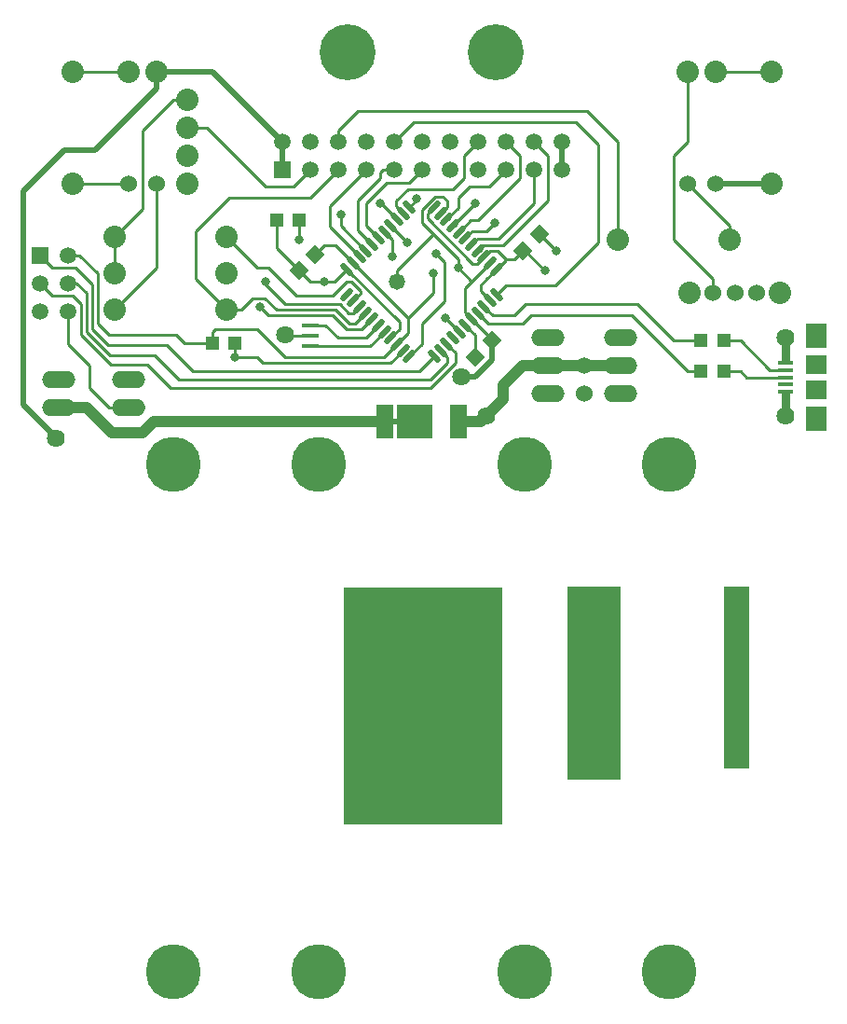
<source format=gbl>
%FSAX44Y44*%
%MOMM*%
G71*
G01*
G75*
G04 Layer_Physical_Order=2*
G04 Layer_Color=16711680*
%ADD10C,1.0160*%
%ADD11C,0.2540*%
%ADD12C,0.5080*%
%ADD13R,9.1440X5.0800*%
%ADD14O,3.0480X1.5240*%
%ADD15C,1.5240*%
%ADD16C,2.0320*%
%ADD17C,5.0038*%
%ADD18C,1.5000*%
%ADD19R,1.5000X1.5000*%
%ADD20R,1.5000X1.5000*%
%ADD21C,0.8128*%
%ADD22C,5.0800*%
%ADD23C,1.6256*%
%ADD24C,1.4732*%
%ADD25R,1.5400X3.1400*%
%ADD26R,1.3000X1.3000*%
%ADD27R,1.3000X1.3000*%
G04:AMPARAMS|DCode=28|XSize=1.3mm|YSize=1.3mm|CornerRadius=0mm|HoleSize=0mm|Usage=FLASHONLY|Rotation=225.000|XOffset=0mm|YOffset=0mm|HoleType=Round|Shape=Rectangle|*
%AMROTATEDRECTD28*
4,1,4,0.0000,0.9192,0.9192,0.0000,0.0000,-0.9192,-0.9192,0.0000,0.0000,0.9192,0.0*
%
%ADD28ROTATEDRECTD28*%

%ADD29P,1.8385X4X270.0*%
G04:AMPARAMS|DCode=30|XSize=0.55mm|YSize=1.45mm|CornerRadius=0mm|HoleSize=0mm|Usage=FLASHONLY|Rotation=135.000|XOffset=0mm|YOffset=0mm|HoleType=Round|Shape=Round|*
%AMOVALD30*
21,1,0.9000,0.5500,0.0000,0.0000,225.0*
1,1,0.5500,0.3182,0.3182*
1,1,0.5500,-0.3182,-0.3182*
%
%ADD30OVALD30*%

G04:AMPARAMS|DCode=31|XSize=0.55mm|YSize=1.45mm|CornerRadius=0mm|HoleSize=0mm|Usage=FLASHONLY|Rotation=45.000|XOffset=0mm|YOffset=0mm|HoleType=Round|Shape=Round|*
%AMOVALD31*
21,1,0.9000,0.5500,0.0000,0.0000,135.0*
1,1,0.5500,0.3182,-0.3182*
1,1,0.5500,-0.3182,0.3182*
%
%ADD31OVALD31*%

%ADD32R,1.4000X0.4000*%
%ADD33R,1.9000X2.3000*%
%ADD34R,1.9000X1.8000*%
%ADD35R,1.6000X0.3000*%
%ADD36R,14.4780X21.5900*%
%ADD37R,3.3020X3.0480*%
G36*
X01063498Y00986790D02*
X01015238D01*
Y01162050D01*
X01063498D01*
Y00986790D01*
D02*
G37*
G36*
X01180338Y00996950D02*
X01157478D01*
Y01162050D01*
X01180338D01*
Y00996950D01*
D02*
G37*
D10*
X00616458Y01324610D02*
X00626618D01*
X00997458Y01362710D02*
X01030478D01*
X01063498D01*
X00974598D02*
X00997458D01*
X00916408Y01311910D02*
X00936498D01*
X00956818Y01332230D02*
Y01344930D01*
X00974598Y01362710D01*
X00552958Y01324610D02*
X00578358D01*
X00601218Y01301750D01*
X00629158D01*
X00639318Y01311910D01*
X00849908D01*
X00936498D02*
X00941578Y01316990D01*
X00956818Y01332230D01*
D11*
X01147318Y01428750D02*
Y01441450D01*
X00738378Y01365250D02*
X00854753D01*
X00733298Y01370330D02*
X00738378Y01365250D01*
X00712978Y01370330D02*
X00733298D01*
X01178098Y01352250D02*
X01213358D01*
X01172718Y01357630D02*
X01178098Y01352250D01*
X01157478Y01357630D02*
X01172718D01*
X01199538Y01358750D02*
X01213358D01*
X01172718Y01385570D02*
X01199538Y01358750D01*
X01157478Y01385570D02*
X01172718D01*
X00857758Y01565910D02*
X00875538Y01583690D01*
X01060958Y01477010D02*
Y01565910D01*
X01033018Y01593850D02*
X01060958Y01565910D01*
X00824738Y01593850D02*
X01033018D01*
X00806958Y01576070D02*
X00824738Y01593850D01*
X00875538Y01583690D02*
X01022858D01*
X01043178Y01563370D01*
Y01474470D02*
Y01563370D01*
X01004622Y01435914D02*
X01043178Y01474470D01*
X00959358Y01435914D02*
X01004622D01*
X01210818Y01317590D02*
Y01339850D01*
X01215898Y01317590D02*
Y01339850D01*
X01210818Y01365850D02*
Y01388110D01*
X01215898Y01365850D02*
Y01388110D01*
X01213358Y01365850D02*
Y01388110D01*
Y01316990D02*
Y01339250D01*
X01124458Y01357630D02*
X01136478D01*
X01073658Y01408430D02*
X01124458Y01357630D01*
X00982218Y01408430D02*
X01073658D01*
X01111758Y01385570D02*
X01136478D01*
X01078738Y01418590D02*
X01111758Y01385570D01*
X00939726Y01416283D02*
X00947579Y01408430D01*
X00966978D01*
X00977138Y01418590D01*
X01078738D01*
X00974598Y01400810D02*
X00982218Y01408430D01*
X00943885Y01400810D02*
X00974598D01*
X00976747Y01467241D02*
X00994918Y01449070D01*
X00974989Y01467241D02*
X00976747D01*
X00989838Y01482090D02*
X01005078Y01466850D01*
X00966978Y01459230D02*
X00974989Y01467241D01*
X00959358Y01459230D02*
X00966978D01*
X00951738Y01466850D02*
X00959358Y01459230D01*
X00945039Y01466850D02*
X00951738D01*
X00951040Y01450224D02*
X00959702Y01458886D01*
X00771398Y01449070D02*
X00781558Y01438910D01*
X00785484Y01463156D02*
X00794258Y01471930D01*
X00804883D02*
X00820933Y01455881D01*
X00794258Y01471930D02*
X00804883D01*
X00758698Y01389990D02*
X00781558D01*
X00836052Y01380490D02*
X00849217Y01393655D01*
X00781558Y01380490D02*
X00836052D01*
X00832358Y01388110D02*
X00843560Y01399312D01*
X00806958Y01388110D02*
X00832358D01*
X00795578Y01399490D02*
X00806958Y01388110D01*
X00781558Y01399490D02*
X00795578D01*
X00848519Y01370330D02*
X00870458Y01392269D01*
X00758698Y01370330D02*
X00848519D01*
X00733298Y01395730D02*
X00758698Y01370330D01*
X00854753Y01365250D02*
X00866187Y01376685D01*
X00712978Y01370330D02*
Y01380490D01*
X00674878Y01357630D02*
X00881074D01*
X00894472Y01371028D01*
X00946658Y01385570D02*
Y01386724D01*
X00922756Y01399312D02*
X00931418Y01390650D01*
Y01371111D02*
Y01390650D01*
X00936498Y01430825D02*
X00945383Y01421939D01*
X00936498Y01430825D02*
Y01435682D01*
X00942266Y01441450D02*
Y01442380D01*
X00936498Y01435682D02*
X00942266Y01441450D01*
X00951040Y01450224D01*
X00888238Y01500559D02*
X00894472Y01506792D01*
X00888238Y01496409D02*
Y01500559D01*
X00820933Y01455881D02*
X00870458Y01406355D01*
Y01392269D02*
Y01406355D01*
X00929341Y01455306D02*
X00933495D01*
X00945039Y01466850D01*
X00922412Y01410970D02*
X00946658Y01386724D01*
X00922412Y01410970D02*
Y01432909D01*
X00900129Y01501135D02*
X00906018Y01507025D01*
Y01512570D01*
X00902308Y01516280D02*
X00906018Y01512570D01*
X00895042Y01516280D02*
X00902308D01*
X00883158Y01504397D02*
X00895042Y01516280D01*
X00922412Y01432909D02*
X00945383Y01455881D01*
X00815276Y01450224D02*
X00862838Y01402662D01*
Y01395963D02*
Y01402662D01*
X00854874Y01387998D02*
X00862838Y01395963D01*
X00905785Y01495478D02*
X00908181D01*
X00911442Y01489822D02*
X00913838D01*
X00934070Y01410626D02*
X00943885Y01400810D01*
X00565658Y01629410D02*
X00616458D01*
X00565658Y01527810D02*
X00616458D01*
X01149858Y01629410D02*
X01200658D01*
X00904864Y01405890D02*
X00917099Y01393655D01*
X00849217Y01484165D02*
X00856372Y01477010D01*
X00854874Y01489822D02*
X00870225Y01474470D01*
X00856372Y01461770D02*
Y01477010D01*
X00803962Y01438910D02*
X00815276Y01450224D01*
X00905785Y01382342D02*
X00913638Y01374489D01*
X00535940Y01437640D02*
X00547370Y01426210D01*
X00535940Y01463040D02*
X00547370Y01451610D01*
X00931418Y01509797D02*
Y01510030D01*
X00911442Y01489822D02*
X00931418Y01509797D01*
X00905785Y01495478D02*
X00916178Y01505871D01*
Y01515110D01*
X00926338Y01525270D01*
X00944118D01*
X00959358Y01540510D01*
X00917099Y01484165D02*
X00927724Y01494790D01*
X00959358Y01565910D02*
X00972058Y01553210D01*
X00927724Y01494790D02*
X00933958D01*
X00972058Y01532890D01*
Y01553210D01*
X00941578Y01484630D02*
X00949198Y01492250D01*
X00928878Y01484630D02*
X00941578D01*
X00922756Y01478508D02*
X00928878Y01484630D01*
X00928413Y01472851D02*
X00933958Y01478396D01*
X00953124D01*
X00984758Y01510030D01*
Y01540510D01*
X00934070Y01467194D02*
X00936465D01*
Y01471930D02*
X00956818D01*
X00997458Y01512570D01*
Y01553210D01*
X00984758Y01565910D02*
X00997458Y01553210D01*
X00936465Y01467194D02*
Y01471930D01*
X00916178Y01451610D02*
X00927608Y01440180D01*
X00951040Y01427596D02*
X00959358Y01435914D01*
X00860065Y01507257D02*
X00866187Y01501135D01*
X00860065Y01507257D02*
Y01512337D01*
X00921258Y01532890D02*
Y01553210D01*
X00933958Y01565910D01*
X00845979Y01510030D02*
X00860531Y01495478D01*
X00845058Y01510030D02*
X00845979D01*
X00832358Y01489710D02*
X00843560Y01478508D01*
X00847598Y01540510D02*
X00857758D01*
X00845058Y01537970D02*
X00847598Y01540510D01*
X00824738Y01486016D02*
X00837903Y01472851D01*
X00799338Y01488789D02*
X00826590Y01461537D01*
X00799338Y01488789D02*
Y01507490D01*
X00832358Y01540510D01*
X00809731Y01489710D02*
X00832246Y01467194D01*
X00809731Y01489710D02*
Y01499637D01*
X00809498Y01499870D02*
X00809731Y01499637D01*
X00806958Y01565910D02*
Y01576070D01*
X00888238Y01496409D02*
X00929341Y01455306D01*
X00893318Y01482090D02*
X00916178Y01459230D01*
Y01451610D02*
Y01459230D01*
X00883158Y01492250D02*
Y01504397D01*
X00860298Y01438910D02*
Y01449070D01*
X00893318Y01482090D01*
X00883158Y01492250D02*
X00893318Y01482090D01*
X00870458Y01406355D02*
X00893318Y01429215D01*
Y01446530D01*
X00895858Y01464310D02*
X00903478Y01456690D01*
Y01421130D02*
Y01456690D01*
X00883158Y01400810D02*
X00903478Y01421130D01*
X00883158Y01382342D02*
Y01400810D01*
X00871844Y01371028D02*
X00883158Y01382342D01*
X00828664Y01395730D02*
X00837903Y01404969D01*
X00814578Y01395730D02*
X00828664D01*
X00832014Y01410626D02*
X00832246D01*
X00822198Y01400810D02*
X00832014Y01410626D01*
X00817118Y01400810D02*
X00822198D01*
X00804418Y01413510D02*
X00817118Y01400810D01*
X00820700Y01410393D02*
X00826590Y01416283D01*
X00808577Y01418590D02*
X00816657Y01410509D01*
X00816541Y01410393D02*
X00816657Y01410509D01*
X00816541Y01410393D02*
X00820700D01*
X00820933Y01421939D02*
X00827278Y01428285D01*
Y01431037D01*
X00819532Y01438784D02*
X00827278Y01431037D01*
X00814704Y01438784D02*
X00819532D01*
X00802131Y01426210D02*
X00814704Y01438784D01*
X01124458Y01565910D02*
Y01629410D01*
X00801878Y01408430D02*
X00814578Y01395730D01*
X00900129Y01376685D02*
X00906018Y01370795D01*
X00662178Y01350010D02*
X00890778D01*
X00906018Y01365250D01*
Y01370795D01*
X00654558Y01342390D02*
X00890778D01*
X00913638Y01365250D01*
Y01374489D01*
X00758698Y01418590D02*
X00808577D01*
X00705358Y01413510D02*
X00707898D01*
X00871844Y01506792D02*
X00878078Y01513026D01*
Y01514068D01*
X00871848Y01529200D02*
X00883158Y01540510D01*
X00911098Y01522730D02*
X00921258Y01532890D01*
X00860065Y01512337D02*
X00870458Y01522730D01*
X00911098D01*
X00771398Y01477010D02*
Y01494110D01*
X00751078Y01469390D02*
Y01494790D01*
Y01469390D02*
X00771398Y01449070D01*
X00751078Y01413510D02*
X00804418D01*
X00735838Y01416050D02*
X00743458Y01408430D01*
X00801878D01*
X01124458Y01527810D02*
X01162558Y01489710D01*
Y01477010D02*
Y01489710D01*
X01111758Y01477010D02*
X01147318Y01441450D01*
X01111758Y01477010D02*
Y01553210D01*
X01124458Y01565910D01*
X00633603Y01363345D02*
X00654558Y01342390D01*
X00561340Y01382268D02*
Y01412240D01*
Y01382268D02*
X00580898Y01362710D01*
X00640270Y01371918D02*
X00662178Y01350010D01*
X00651383Y01381125D02*
X00674878Y01357630D01*
X00547370Y01451610D02*
X00568198D01*
X00583438Y01436370D01*
X00561340Y01437640D02*
X00569468D01*
X00578358Y01428750D01*
X00547370Y01426210D02*
X00565658D01*
X00573278Y01418590D01*
X00600583Y01363345D02*
X00633603D01*
X00573278Y01390650D02*
Y01418590D01*
X00599631Y01371918D02*
X00640270D01*
X00578358Y01393190D02*
Y01428750D01*
X00573278Y01390650D02*
X00600583Y01363345D01*
X00578358Y01393190D02*
X00599631Y01371918D01*
X00583438Y01395730D02*
Y01436370D01*
Y01395730D02*
X00598043Y01381125D01*
X00651383D01*
X00588518Y01400810D02*
Y01446530D01*
Y01400810D02*
X00598678Y01390650D01*
X00659638D01*
X00572008Y01463040D02*
X00588518Y01446530D01*
X00561340Y01463040D02*
X00572008D01*
X00659638Y01390650D02*
X00667258Y01383030D01*
X00692658D01*
Y01393190D01*
X00695198Y01395730D01*
X00733298D01*
X00641858Y01451610D02*
Y01527810D01*
X00603758Y01413510D02*
X00641858Y01451610D01*
X00740918Y01436370D02*
X00758698Y01418590D01*
X00740918Y01436370D02*
Y01438910D01*
X00740664Y01423924D02*
X00751078Y01413510D01*
X00603758Y01446530D02*
Y01479550D01*
X00629158Y01504950D01*
X00781558Y01438910D02*
X00794258D01*
X00803962D01*
X00781558Y01515110D02*
X00806958Y01540510D01*
X00766318Y01525270D02*
X00781558Y01540510D01*
X00707898Y01515110D02*
X00781558D01*
X00677418Y01484630D02*
X00707898Y01515110D01*
X00677418Y01441450D02*
Y01484630D01*
Y01441450D02*
X00705358Y01413510D01*
X00719328D01*
X00729742Y01423924D01*
X00740664D01*
X00768858Y01426210D02*
X00802131D01*
X00705358Y01479550D02*
X00733298Y01451610D01*
X00743458D01*
X00768858Y01426210D01*
X00580898Y01342390D02*
Y01362710D01*
Y01342390D02*
X00598678Y01324610D01*
X00616458D01*
X00832358Y01489710D02*
Y01510030D01*
X00851528Y01529200D01*
X00871848D01*
X00824738Y01486016D02*
Y01512570D01*
X00845058Y01532890D01*
Y01537970D01*
X00667258Y01578610D02*
X00687578D01*
X00740918Y01525270D01*
X00766318D01*
X00629158Y01504950D02*
Y01576070D01*
X00657098Y01604010D01*
X00669798D01*
D12*
X00641858Y01614170D02*
Y01629410D01*
X00585978Y01558290D02*
X00641858Y01614170D01*
X00558038Y01558290D02*
X00585978D01*
X00692658Y01629410D02*
X00756158Y01565910D01*
X00641858Y01629410D02*
X00692658D01*
X00520820Y01521072D02*
X00558038Y01558290D01*
X00756158Y01540510D02*
Y01565910D01*
X01149858Y01527810D02*
X01200658D01*
X01010158Y01540510D02*
Y01565910D01*
X00946658Y01367790D02*
Y01385570D01*
X00931418Y01352550D02*
X00946658Y01367790D01*
X00918718Y01352550D02*
X00931418D01*
X00849908Y01311910D02*
X00867918D01*
X00520820Y01327575D02*
Y01521072D01*
Y01327575D02*
X00551072Y01297324D01*
D14*
X01063498Y01362710D02*
D03*
Y01388110D02*
D03*
Y01337310D02*
D03*
X00997458Y01362710D02*
D03*
Y01388110D02*
D03*
Y01337310D02*
D03*
X00552958Y01350010D02*
D03*
Y01324610D02*
D03*
X00616458Y01350010D02*
D03*
Y01324610D02*
D03*
D15*
X01030478Y01362710D02*
D03*
Y01337310D02*
D03*
X01149858Y01527810D02*
D03*
X01124458D02*
D03*
X00616458D02*
D03*
X00641858D02*
D03*
X01167638Y01428750D02*
D03*
X01187638D02*
D03*
X01147638D02*
D03*
D16*
X00705358Y01413510D02*
D03*
X00603758D02*
D03*
X01060958Y01477010D02*
D03*
X01162558D02*
D03*
X00565658Y01527810D02*
D03*
Y01629410D02*
D03*
X00641858D02*
D03*
X00616458D02*
D03*
X01124458D02*
D03*
X01149858D02*
D03*
X01200658Y01527810D02*
D03*
Y01629410D02*
D03*
X00705358Y01446530D02*
D03*
X00603758D02*
D03*
Y01479550D02*
D03*
X00705358D02*
D03*
X00669798Y01527810D02*
D03*
Y01578610D02*
D03*
Y01604010D02*
D03*
Y01553210D02*
D03*
X01208638Y01428750D02*
D03*
X01126638D02*
D03*
D17*
X00657352Y00812292D02*
D03*
X01108202Y00812800D02*
D03*
X00789178D02*
D03*
X00976376D02*
D03*
X00657352Y01273175D02*
D03*
X01108202D02*
D03*
X00789178D02*
D03*
X00976376D02*
D03*
D18*
X00561340Y01412240D02*
D03*
X00535940D02*
D03*
X00561340Y01437640D02*
D03*
X00535940D02*
D03*
X00561340Y01463040D02*
D03*
X00756158Y01565910D02*
D03*
X00781558Y01540510D02*
D03*
Y01565910D02*
D03*
X00806958Y01540510D02*
D03*
Y01565910D02*
D03*
X00832358Y01540510D02*
D03*
Y01565910D02*
D03*
X00857758Y01540510D02*
D03*
Y01565910D02*
D03*
X00883158Y01540510D02*
D03*
Y01565910D02*
D03*
X00908558Y01540510D02*
D03*
Y01565910D02*
D03*
X00933958Y01540510D02*
D03*
Y01565910D02*
D03*
X00959358Y01540510D02*
D03*
Y01565910D02*
D03*
X00984758Y01540510D02*
D03*
Y01565910D02*
D03*
X01010158Y01540510D02*
D03*
Y01565910D02*
D03*
D19*
X00535940Y01463040D02*
D03*
D20*
X00756158Y01540510D02*
D03*
D21*
X00878078Y01514068D02*
D03*
X00803275Y01634617D02*
D03*
X00798068Y01647190D02*
D03*
X00803275Y01659763D02*
D03*
X00815848Y01664970D02*
D03*
X00828421Y01659763D02*
D03*
X00833628Y01647190D02*
D03*
X00828421Y01634617D02*
D03*
X00815848Y01629410D02*
D03*
X00950468D02*
D03*
X00963041Y01634617D02*
D03*
X00968248Y01647190D02*
D03*
X00963041Y01659763D02*
D03*
X00950468Y01664970D02*
D03*
X00937895Y01659763D02*
D03*
X00932688Y01647190D02*
D03*
X00937895Y01634617D02*
D03*
X00794258Y01438910D02*
D03*
X00994918Y01449070D02*
D03*
X01005078Y01466850D02*
D03*
X00712978Y01370330D02*
D03*
X00904864Y01405890D02*
D03*
X00856372Y01461770D02*
D03*
X00870225Y01474470D02*
D03*
X00931418Y01510030D02*
D03*
X00949198Y01492250D02*
D03*
X00916178Y01451610D02*
D03*
X00845058Y01510030D02*
D03*
X00809731Y01499637D02*
D03*
X00895858Y01464310D02*
D03*
X00893318Y01446530D02*
D03*
X00771398Y01477010D02*
D03*
X00735838Y01416050D02*
D03*
X00740918Y01438910D02*
D03*
D22*
X00815848Y01647190D02*
D03*
X00950468D02*
D03*
D23*
X00550418Y01296670D02*
D03*
X00941578Y01316990D02*
D03*
X00758698Y01390650D02*
D03*
X01213358Y01388110D02*
D03*
Y01316990D02*
D03*
X00918718Y01352550D02*
D03*
D24*
X00860298Y01438910D02*
D03*
D25*
X00916408Y01311910D02*
D03*
X00849908D02*
D03*
D26*
X00692658Y01383030D02*
D03*
X01157478Y01357630D02*
D03*
Y01385570D02*
D03*
X00751078Y01494790D02*
D03*
D27*
X00713658Y01383030D02*
D03*
X01136478Y01357630D02*
D03*
Y01385570D02*
D03*
X00772078Y01494790D02*
D03*
D28*
X00989838Y01482090D02*
D03*
X00771398Y01449070D02*
D03*
X00946658Y01385570D02*
D03*
D29*
X00974989Y01467241D02*
D03*
X00786247Y01463919D02*
D03*
X00931809Y01370721D02*
D03*
D30*
X00951040Y01450224D02*
D03*
X00945383Y01455881D02*
D03*
X00939726Y01461537D02*
D03*
X00934070Y01467194D02*
D03*
X00928413Y01472851D02*
D03*
X00922756Y01478508D02*
D03*
X00917099Y01484165D02*
D03*
X00911442Y01489822D02*
D03*
X00905785Y01495478D02*
D03*
X00900129Y01501135D02*
D03*
X00894472Y01506792D02*
D03*
X00815276Y01427596D02*
D03*
X00820933Y01421939D02*
D03*
X00826590Y01416283D02*
D03*
X00832246Y01410626D02*
D03*
X00837903Y01404969D02*
D03*
X00843560Y01399312D02*
D03*
X00849217Y01393655D02*
D03*
X00854874Y01387998D02*
D03*
X00860531Y01382342D02*
D03*
X00866187Y01376685D02*
D03*
X00871844Y01371028D02*
D03*
D31*
Y01506792D02*
D03*
X00866187Y01501135D02*
D03*
X00860531Y01495478D02*
D03*
X00854874Y01489822D02*
D03*
X00849217Y01484165D02*
D03*
X00843560Y01478508D02*
D03*
X00837903Y01472851D02*
D03*
X00832246Y01467194D02*
D03*
X00826590Y01461537D02*
D03*
X00820933Y01455881D02*
D03*
X00815276Y01450224D02*
D03*
X00894472Y01371028D02*
D03*
X00900129Y01376685D02*
D03*
X00905785Y01382342D02*
D03*
X00911442Y01387998D02*
D03*
X00917099Y01393655D02*
D03*
X00922756Y01399312D02*
D03*
X00928413Y01404969D02*
D03*
X00934070Y01410626D02*
D03*
X00939726Y01416283D02*
D03*
X00945383Y01421939D02*
D03*
X00951040Y01427596D02*
D03*
D32*
X01213358Y01339250D02*
D03*
Y01365250D02*
D03*
Y01358750D02*
D03*
Y01345750D02*
D03*
Y01352250D02*
D03*
D33*
X01241858Y01314750D02*
D03*
Y01389750D02*
D03*
D34*
Y01363750D02*
D03*
Y01340750D02*
D03*
D35*
X00781558Y01380490D02*
D03*
Y01399490D02*
D03*
Y01389990D02*
D03*
D36*
X00884428Y01054100D02*
D03*
D37*
X00876808Y01311910D02*
D03*
M02*

</source>
